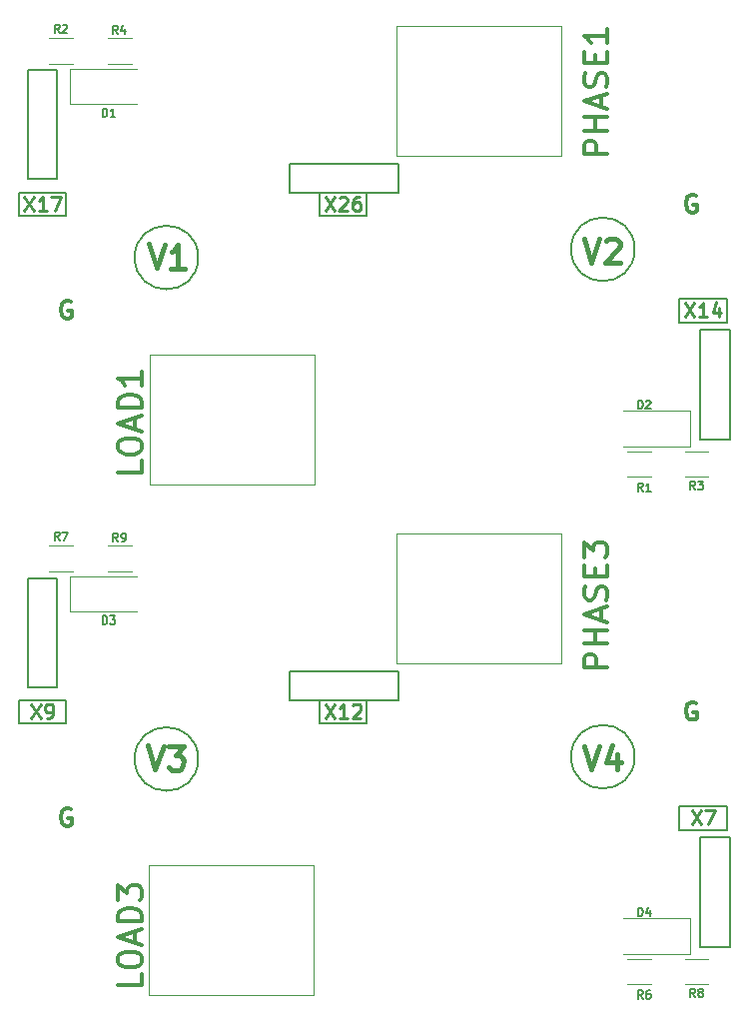
<source format=gbr>
G04 #@! TF.GenerationSoftware,KiCad,Pcbnew,(5.0.0)*
G04 #@! TF.CreationDate,2018-10-11T14:10:44+03:00*
G04 #@! TF.ProjectId,dviguba_plokste,647669677562615F706C6F6B7374652E,rev?*
G04 #@! TF.SameCoordinates,Original*
G04 #@! TF.FileFunction,Legend,Top*
G04 #@! TF.FilePolarity,Positive*
%FSLAX46Y46*%
G04 Gerber Fmt 4.6, Leading zero omitted, Abs format (unit mm)*
G04 Created by KiCad (PCBNEW (5.0.0)) date 10/11/18 14:10:44*
%MOMM*%
%LPD*%
G01*
G04 APERTURE LIST*
%ADD10C,0.300000*%
%ADD11C,0.200000*%
%ADD12C,0.100000*%
%ADD13C,0.120000*%
%ADD14C,0.150000*%
%ADD15C,0.400000*%
%ADD16C,0.250000*%
G04 APERTURE END LIST*
D10*
X84392857Y-113250000D02*
X84250000Y-113178571D01*
X84035714Y-113178571D01*
X83821428Y-113250000D01*
X83678571Y-113392857D01*
X83607142Y-113535714D01*
X83535714Y-113821428D01*
X83535714Y-114035714D01*
X83607142Y-114321428D01*
X83678571Y-114464285D01*
X83821428Y-114607142D01*
X84035714Y-114678571D01*
X84178571Y-114678571D01*
X84392857Y-114607142D01*
X84464285Y-114535714D01*
X84464285Y-114035714D01*
X84178571Y-114035714D01*
X137392857Y-104250000D02*
X137250000Y-104178571D01*
X137035714Y-104178571D01*
X136821428Y-104250000D01*
X136678571Y-104392857D01*
X136607142Y-104535714D01*
X136535714Y-104821428D01*
X136535714Y-105035714D01*
X136607142Y-105321428D01*
X136678571Y-105464285D01*
X136821428Y-105607142D01*
X137035714Y-105678571D01*
X137178571Y-105678571D01*
X137392857Y-105607142D01*
X137464285Y-105535714D01*
X137464285Y-105035714D01*
X137178571Y-105035714D01*
X137392857Y-61250000D02*
X137250000Y-61178571D01*
X137035714Y-61178571D01*
X136821428Y-61250000D01*
X136678571Y-61392857D01*
X136607142Y-61535714D01*
X136535714Y-61821428D01*
X136535714Y-62035714D01*
X136607142Y-62321428D01*
X136678571Y-62464285D01*
X136821428Y-62607142D01*
X137035714Y-62678571D01*
X137178571Y-62678571D01*
X137392857Y-62607142D01*
X137464285Y-62535714D01*
X137464285Y-62035714D01*
X137178571Y-62035714D01*
X84392857Y-70250000D02*
X84250000Y-70178571D01*
X84035714Y-70178571D01*
X83821428Y-70250000D01*
X83678571Y-70392857D01*
X83607142Y-70535714D01*
X83535714Y-70821428D01*
X83535714Y-71035714D01*
X83607142Y-71321428D01*
X83678571Y-71464285D01*
X83821428Y-71607142D01*
X84035714Y-71678571D01*
X84178571Y-71678571D01*
X84392857Y-71607142D01*
X84464285Y-71535714D01*
X84464285Y-71035714D01*
X84178571Y-71035714D01*
D11*
X132192582Y-108807418D02*
G75*
G03X132192582Y-108807418I-2692582J0D01*
G01*
X95192582Y-109000000D02*
G75*
G03X95192582Y-109000000I-2692582J0D01*
G01*
X132192582Y-65807418D02*
G75*
G03X132192582Y-65807418I-2692582J0D01*
G01*
X95192582Y-66500000D02*
G75*
G03X95192582Y-66500000I-2692582J0D01*
G01*
X80000000Y-106000000D02*
X80000000Y-104000000D01*
X84000000Y-106000000D02*
X80000000Y-106000000D01*
X84000000Y-104000000D02*
X84000000Y-106000000D01*
X80000000Y-104000000D02*
X84000000Y-104000000D01*
X136000000Y-72000000D02*
X136000000Y-70000000D01*
X140000000Y-72000000D02*
X136000000Y-72000000D01*
X140000000Y-70000000D02*
X140000000Y-72000000D01*
X136000000Y-70000000D02*
X140000000Y-70000000D01*
X136000000Y-115000000D02*
X136000000Y-113000000D01*
X140000000Y-115000000D02*
X136000000Y-115000000D01*
X140000000Y-113000000D02*
X140000000Y-115000000D01*
X136000000Y-113000000D02*
X140000000Y-113000000D01*
X109500000Y-106000000D02*
X109500000Y-104000000D01*
X105500000Y-106000000D02*
X109500000Y-106000000D01*
X105500000Y-104000000D02*
X105500000Y-106000000D01*
X109500000Y-63000000D02*
X109500000Y-61000000D01*
X105500000Y-63000000D02*
X109500000Y-63000000D01*
X105500000Y-61000000D02*
X105500000Y-63000000D01*
X80000000Y-63000000D02*
X80000000Y-61000000D01*
X84000000Y-63000000D02*
X80000000Y-63000000D01*
X84000000Y-61000000D02*
X84000000Y-63000000D01*
X80000000Y-61000000D02*
X84000000Y-61000000D01*
D12*
G04 #@! TO.C,X1*
X91000000Y-118000000D02*
X105000000Y-118000000D01*
X105000000Y-118000000D02*
X105000000Y-129000000D01*
X105000000Y-129000000D02*
X91000000Y-129000000D01*
X91000000Y-129000000D02*
X91000000Y-118000000D01*
G04 #@! TO.C,X2*
X112000000Y-89900000D02*
X126000000Y-89900000D01*
X126000000Y-89900000D02*
X126000000Y-100900000D01*
X126000000Y-100900000D02*
X112000000Y-100900000D01*
X112000000Y-100900000D02*
X112000000Y-89900000D01*
G04 #@! TO.C,X4*
X91100000Y-74700000D02*
X105100000Y-74700000D01*
X105100000Y-74700000D02*
X105100000Y-85700000D01*
X105100000Y-85700000D02*
X91100000Y-85700000D01*
X91100000Y-85700000D02*
X91100000Y-74700000D01*
G04 #@! TO.C,X5*
X112000000Y-46900000D02*
X126000000Y-46900000D01*
X126000000Y-46900000D02*
X126000000Y-57900000D01*
X126000000Y-57900000D02*
X112000000Y-57900000D01*
X112000000Y-57900000D02*
X112000000Y-46900000D01*
D13*
G04 #@! TO.C,D4*
X131200000Y-125500000D02*
X136900000Y-125500000D01*
X136900000Y-125500000D02*
X136900000Y-122500000D01*
X136900000Y-122500000D02*
X131200000Y-122500000D01*
G04 #@! TO.C,D2*
X136900000Y-79500000D02*
X131200000Y-79500000D01*
X136900000Y-82500000D02*
X136900000Y-79500000D01*
X131200000Y-82500000D02*
X136900000Y-82500000D01*
D14*
G04 #@! TO.C,X7*
X140250000Y-124900000D02*
X137750000Y-124900000D01*
X140250000Y-115650000D02*
X140250000Y-124900000D01*
X137750000Y-115650000D02*
X140250000Y-115650000D01*
X137750000Y-124900000D02*
X137750000Y-115650000D01*
G04 #@! TO.C,X12*
X102960000Y-101550000D02*
X112210000Y-101550000D01*
X112210000Y-101550000D02*
X112210000Y-104050000D01*
X112210000Y-104050000D02*
X102960000Y-104050000D01*
X102960000Y-104050000D02*
X102960000Y-101550000D01*
D13*
G04 #@! TO.C,D3*
X84300000Y-96500000D02*
X90000000Y-96500000D01*
X84300000Y-93500000D02*
X84300000Y-96500000D01*
X90000000Y-93500000D02*
X84300000Y-93500000D01*
G04 #@! TO.C,R6*
X133550000Y-128070000D02*
X131550000Y-128070000D01*
X131550000Y-125930000D02*
X133550000Y-125930000D01*
G04 #@! TO.C,R8*
X136450000Y-125930000D02*
X138450000Y-125930000D01*
X138450000Y-128070000D02*
X136450000Y-128070000D01*
G04 #@! TO.C,R7*
X82550000Y-90930000D02*
X84550000Y-90930000D01*
X84550000Y-93070000D02*
X82550000Y-93070000D01*
G04 #@! TO.C,R9*
X89550000Y-93070000D02*
X87550000Y-93070000D01*
X87550000Y-90930000D02*
X89550000Y-90930000D01*
D14*
G04 #@! TO.C,X14*
X137750000Y-81900000D02*
X137750000Y-72650000D01*
X137750000Y-72650000D02*
X140250000Y-72650000D01*
X140250000Y-72650000D02*
X140250000Y-81900000D01*
X140250000Y-81900000D02*
X137750000Y-81900000D01*
G04 #@! TO.C,X26*
X102960000Y-61050000D02*
X102960000Y-58550000D01*
X112210000Y-61050000D02*
X102960000Y-61050000D01*
X112210000Y-58550000D02*
X112210000Y-61050000D01*
X102960000Y-58550000D02*
X112210000Y-58550000D01*
G04 #@! TO.C,X17*
X80750000Y-59840000D02*
X80750000Y-50590000D01*
X80750000Y-50590000D02*
X83250000Y-50590000D01*
X83250000Y-50590000D02*
X83250000Y-59840000D01*
X83250000Y-59840000D02*
X80750000Y-59840000D01*
D13*
G04 #@! TO.C,D1*
X90000000Y-50500000D02*
X84300000Y-50500000D01*
X84300000Y-50500000D02*
X84300000Y-53500000D01*
X84300000Y-53500000D02*
X90000000Y-53500000D01*
G04 #@! TO.C,R4*
X87550000Y-47930000D02*
X89550000Y-47930000D01*
X89550000Y-50070000D02*
X87550000Y-50070000D01*
G04 #@! TO.C,R3*
X138450000Y-85070000D02*
X136450000Y-85070000D01*
X136450000Y-82930000D02*
X138450000Y-82930000D01*
G04 #@! TO.C,R2*
X84550000Y-50070000D02*
X82550000Y-50070000D01*
X82550000Y-47930000D02*
X84550000Y-47930000D01*
G04 #@! TO.C,R1*
X131550000Y-82930000D02*
X133550000Y-82930000D01*
X133550000Y-85070000D02*
X131550000Y-85070000D01*
D14*
G04 #@! TO.C,X9*
X80750000Y-102960000D02*
X80750000Y-93710000D01*
X80750000Y-93710000D02*
X83250000Y-93710000D01*
X83250000Y-93710000D02*
X83250000Y-102960000D01*
X83250000Y-102960000D02*
X80750000Y-102960000D01*
G04 #@! TO.C,V2*
D15*
X127880952Y-64904761D02*
X128547619Y-66904761D01*
X129214285Y-64904761D01*
X129785714Y-65095238D02*
X129880952Y-65000000D01*
X130071428Y-64904761D01*
X130547619Y-64904761D01*
X130738095Y-65000000D01*
X130833333Y-65095238D01*
X130928571Y-65285714D01*
X130928571Y-65476190D01*
X130833333Y-65761904D01*
X129690476Y-66904761D01*
X130928571Y-66904761D01*
G04 #@! TO.C,X1*
D10*
X90404761Y-127238095D02*
X90404761Y-128190476D01*
X88404761Y-128190476D01*
X88404761Y-126190476D02*
X88404761Y-125809523D01*
X88500000Y-125619047D01*
X88690476Y-125428571D01*
X89071428Y-125333333D01*
X89738095Y-125333333D01*
X90119047Y-125428571D01*
X90309523Y-125619047D01*
X90404761Y-125809523D01*
X90404761Y-126190476D01*
X90309523Y-126380952D01*
X90119047Y-126571428D01*
X89738095Y-126666666D01*
X89071428Y-126666666D01*
X88690476Y-126571428D01*
X88500000Y-126380952D01*
X88404761Y-126190476D01*
X89833333Y-124571428D02*
X89833333Y-123619047D01*
X90404761Y-124761904D02*
X88404761Y-124095238D01*
X90404761Y-123428571D01*
X90404761Y-122761904D02*
X88404761Y-122761904D01*
X88404761Y-122285714D01*
X88500000Y-122000000D01*
X88690476Y-121809523D01*
X88880952Y-121714285D01*
X89261904Y-121619047D01*
X89547619Y-121619047D01*
X89928571Y-121714285D01*
X90119047Y-121809523D01*
X90309523Y-122000000D01*
X90404761Y-122285714D01*
X90404761Y-122761904D01*
X88404761Y-120952380D02*
X88404761Y-119714285D01*
X89166666Y-120380952D01*
X89166666Y-120095238D01*
X89261904Y-119904761D01*
X89357142Y-119809523D01*
X89547619Y-119714285D01*
X90023809Y-119714285D01*
X90214285Y-119809523D01*
X90309523Y-119904761D01*
X90404761Y-120095238D01*
X90404761Y-120666666D01*
X90309523Y-120857142D01*
X90214285Y-120952380D01*
G04 #@! TO.C,X2*
X129904761Y-101238095D02*
X127904761Y-101238095D01*
X127904761Y-100476190D01*
X128000000Y-100285714D01*
X128095238Y-100190476D01*
X128285714Y-100095238D01*
X128571428Y-100095238D01*
X128761904Y-100190476D01*
X128857142Y-100285714D01*
X128952380Y-100476190D01*
X128952380Y-101238095D01*
X129904761Y-99238095D02*
X127904761Y-99238095D01*
X128857142Y-99238095D02*
X128857142Y-98095238D01*
X129904761Y-98095238D02*
X127904761Y-98095238D01*
X129333333Y-97238095D02*
X129333333Y-96285714D01*
X129904761Y-97428571D02*
X127904761Y-96761904D01*
X129904761Y-96095238D01*
X129809523Y-95523809D02*
X129904761Y-95238095D01*
X129904761Y-94761904D01*
X129809523Y-94571428D01*
X129714285Y-94476190D01*
X129523809Y-94380952D01*
X129333333Y-94380952D01*
X129142857Y-94476190D01*
X129047619Y-94571428D01*
X128952380Y-94761904D01*
X128857142Y-95142857D01*
X128761904Y-95333333D01*
X128666666Y-95428571D01*
X128476190Y-95523809D01*
X128285714Y-95523809D01*
X128095238Y-95428571D01*
X128000000Y-95333333D01*
X127904761Y-95142857D01*
X127904761Y-94666666D01*
X128000000Y-94380952D01*
X128857142Y-93523809D02*
X128857142Y-92857142D01*
X129904761Y-92571428D02*
X129904761Y-93523809D01*
X127904761Y-93523809D01*
X127904761Y-92571428D01*
X127904761Y-91904761D02*
X127904761Y-90666666D01*
X128666666Y-91333333D01*
X128666666Y-91047619D01*
X128761904Y-90857142D01*
X128857142Y-90761904D01*
X129047619Y-90666666D01*
X129523809Y-90666666D01*
X129714285Y-90761904D01*
X129809523Y-90857142D01*
X129904761Y-91047619D01*
X129904761Y-91619047D01*
X129809523Y-91809523D01*
X129714285Y-91904761D01*
G04 #@! TO.C,X4*
X90404761Y-83738095D02*
X90404761Y-84690476D01*
X88404761Y-84690476D01*
X88404761Y-82690476D02*
X88404761Y-82309523D01*
X88500000Y-82119047D01*
X88690476Y-81928571D01*
X89071428Y-81833333D01*
X89738095Y-81833333D01*
X90119047Y-81928571D01*
X90309523Y-82119047D01*
X90404761Y-82309523D01*
X90404761Y-82690476D01*
X90309523Y-82880952D01*
X90119047Y-83071428D01*
X89738095Y-83166666D01*
X89071428Y-83166666D01*
X88690476Y-83071428D01*
X88500000Y-82880952D01*
X88404761Y-82690476D01*
X89833333Y-81071428D02*
X89833333Y-80119047D01*
X90404761Y-81261904D02*
X88404761Y-80595238D01*
X90404761Y-79928571D01*
X90404761Y-79261904D02*
X88404761Y-79261904D01*
X88404761Y-78785714D01*
X88500000Y-78500000D01*
X88690476Y-78309523D01*
X88880952Y-78214285D01*
X89261904Y-78119047D01*
X89547619Y-78119047D01*
X89928571Y-78214285D01*
X90119047Y-78309523D01*
X90309523Y-78500000D01*
X90404761Y-78785714D01*
X90404761Y-79261904D01*
X90404761Y-76214285D02*
X90404761Y-77357142D01*
X90404761Y-76785714D02*
X88404761Y-76785714D01*
X88690476Y-76976190D01*
X88880952Y-77166666D01*
X88976190Y-77357142D01*
G04 #@! TO.C,X5*
X129904761Y-57738095D02*
X127904761Y-57738095D01*
X127904761Y-56976190D01*
X128000000Y-56785714D01*
X128095238Y-56690476D01*
X128285714Y-56595238D01*
X128571428Y-56595238D01*
X128761904Y-56690476D01*
X128857142Y-56785714D01*
X128952380Y-56976190D01*
X128952380Y-57738095D01*
X129904761Y-55738095D02*
X127904761Y-55738095D01*
X128857142Y-55738095D02*
X128857142Y-54595238D01*
X129904761Y-54595238D02*
X127904761Y-54595238D01*
X129333333Y-53738095D02*
X129333333Y-52785714D01*
X129904761Y-53928571D02*
X127904761Y-53261904D01*
X129904761Y-52595238D01*
X129809523Y-52023809D02*
X129904761Y-51738095D01*
X129904761Y-51261904D01*
X129809523Y-51071428D01*
X129714285Y-50976190D01*
X129523809Y-50880952D01*
X129333333Y-50880952D01*
X129142857Y-50976190D01*
X129047619Y-51071428D01*
X128952380Y-51261904D01*
X128857142Y-51642857D01*
X128761904Y-51833333D01*
X128666666Y-51928571D01*
X128476190Y-52023809D01*
X128285714Y-52023809D01*
X128095238Y-51928571D01*
X128000000Y-51833333D01*
X127904761Y-51642857D01*
X127904761Y-51166666D01*
X128000000Y-50880952D01*
X128857142Y-50023809D02*
X128857142Y-49357142D01*
X129904761Y-49071428D02*
X129904761Y-50023809D01*
X127904761Y-50023809D01*
X127904761Y-49071428D01*
X129904761Y-47166666D02*
X129904761Y-48309523D01*
X129904761Y-47738095D02*
X127904761Y-47738095D01*
X128190476Y-47928571D01*
X128380952Y-48119047D01*
X128476190Y-48309523D01*
G04 #@! TO.C,V1*
D15*
X91019648Y-65376672D02*
X91651308Y-67388002D01*
X92352778Y-65399942D01*
X94031898Y-67429556D02*
X92889215Y-67409610D01*
X93460557Y-67419583D02*
X93495461Y-65419887D01*
X93300028Y-65702234D01*
X93106256Y-65889357D01*
X92914147Y-65981256D01*
G04 #@! TO.C,V3*
X90900313Y-107876672D02*
X91531973Y-109888002D01*
X92233443Y-107899942D01*
X92709561Y-107908252D02*
X93947468Y-107929860D01*
X93267606Y-108680014D01*
X93553276Y-108685000D01*
X93742062Y-108783548D01*
X93835623Y-108880434D01*
X93927522Y-109072543D01*
X93919212Y-109548661D01*
X93820664Y-109737446D01*
X93723778Y-109831008D01*
X93531669Y-109922907D01*
X92960327Y-109912934D01*
X92771542Y-109814386D01*
X92677981Y-109717501D01*
G04 #@! TO.C,D4*
D14*
X132483333Y-122316666D02*
X132483333Y-121616666D01*
X132650000Y-121616666D01*
X132750000Y-121650000D01*
X132816666Y-121716666D01*
X132850000Y-121783333D01*
X132883333Y-121916666D01*
X132883333Y-122016666D01*
X132850000Y-122150000D01*
X132816666Y-122216666D01*
X132750000Y-122283333D01*
X132650000Y-122316666D01*
X132483333Y-122316666D01*
X133483333Y-121850000D02*
X133483333Y-122316666D01*
X133316666Y-121583333D02*
X133150000Y-122083333D01*
X133583333Y-122083333D01*
G04 #@! TO.C,D2*
X132483333Y-79316666D02*
X132483333Y-78616666D01*
X132650000Y-78616666D01*
X132750000Y-78650000D01*
X132816666Y-78716666D01*
X132850000Y-78783333D01*
X132883333Y-78916666D01*
X132883333Y-79016666D01*
X132850000Y-79150000D01*
X132816666Y-79216666D01*
X132750000Y-79283333D01*
X132650000Y-79316666D01*
X132483333Y-79316666D01*
X133150000Y-78683333D02*
X133183333Y-78650000D01*
X133250000Y-78616666D01*
X133416666Y-78616666D01*
X133483333Y-78650000D01*
X133516666Y-78683333D01*
X133550000Y-78750000D01*
X133550000Y-78816666D01*
X133516666Y-78916666D01*
X133116666Y-79316666D01*
X133550000Y-79316666D01*
G04 #@! TO.C,V4*
D15*
X127880952Y-107904761D02*
X128547619Y-109904761D01*
X129214285Y-107904761D01*
X130738095Y-108571428D02*
X130738095Y-109904761D01*
X130261904Y-107809523D02*
X129785714Y-109238095D01*
X131023809Y-109238095D01*
G04 #@! TO.C,X7*
D16*
X137028571Y-113342857D02*
X137828571Y-114542857D01*
X137828571Y-113342857D02*
X137028571Y-114542857D01*
X138171428Y-113342857D02*
X138971428Y-113342857D01*
X138457142Y-114542857D01*
G04 #@! TO.C,X12*
X105957142Y-104342857D02*
X106757142Y-105542857D01*
X106757142Y-104342857D02*
X105957142Y-105542857D01*
X107842857Y-105542857D02*
X107157142Y-105542857D01*
X107500000Y-105542857D02*
X107500000Y-104342857D01*
X107385714Y-104514285D01*
X107271428Y-104628571D01*
X107157142Y-104685714D01*
X108300000Y-104457142D02*
X108357142Y-104400000D01*
X108471428Y-104342857D01*
X108757142Y-104342857D01*
X108871428Y-104400000D01*
X108928571Y-104457142D01*
X108985714Y-104571428D01*
X108985714Y-104685714D01*
X108928571Y-104857142D01*
X108242857Y-105542857D01*
X108985714Y-105542857D01*
G04 #@! TO.C,D3*
D14*
X87083333Y-97566666D02*
X87083333Y-96866666D01*
X87250000Y-96866666D01*
X87350000Y-96900000D01*
X87416666Y-96966666D01*
X87450000Y-97033333D01*
X87483333Y-97166666D01*
X87483333Y-97266666D01*
X87450000Y-97400000D01*
X87416666Y-97466666D01*
X87350000Y-97533333D01*
X87250000Y-97566666D01*
X87083333Y-97566666D01*
X87716666Y-96866666D02*
X88150000Y-96866666D01*
X87916666Y-97133333D01*
X88016666Y-97133333D01*
X88083333Y-97166666D01*
X88116666Y-97200000D01*
X88150000Y-97266666D01*
X88150000Y-97433333D01*
X88116666Y-97500000D01*
X88083333Y-97533333D01*
X88016666Y-97566666D01*
X87816666Y-97566666D01*
X87750000Y-97533333D01*
X87716666Y-97500000D01*
G04 #@! TO.C,R6*
X132883333Y-129316666D02*
X132650000Y-128983333D01*
X132483333Y-129316666D02*
X132483333Y-128616666D01*
X132750000Y-128616666D01*
X132816666Y-128650000D01*
X132850000Y-128683333D01*
X132883333Y-128750000D01*
X132883333Y-128850000D01*
X132850000Y-128916666D01*
X132816666Y-128950000D01*
X132750000Y-128983333D01*
X132483333Y-128983333D01*
X133483333Y-128616666D02*
X133350000Y-128616666D01*
X133283333Y-128650000D01*
X133250000Y-128683333D01*
X133183333Y-128783333D01*
X133150000Y-128916666D01*
X133150000Y-129183333D01*
X133183333Y-129250000D01*
X133216666Y-129283333D01*
X133283333Y-129316666D01*
X133416666Y-129316666D01*
X133483333Y-129283333D01*
X133516666Y-129250000D01*
X133550000Y-129183333D01*
X133550000Y-129016666D01*
X133516666Y-128950000D01*
X133483333Y-128916666D01*
X133416666Y-128883333D01*
X133283333Y-128883333D01*
X133216666Y-128916666D01*
X133183333Y-128950000D01*
X133150000Y-129016666D01*
G04 #@! TO.C,R8*
X137333333Y-129166666D02*
X137100000Y-128833333D01*
X136933333Y-129166666D02*
X136933333Y-128466666D01*
X137200000Y-128466666D01*
X137266666Y-128500000D01*
X137300000Y-128533333D01*
X137333333Y-128600000D01*
X137333333Y-128700000D01*
X137300000Y-128766666D01*
X137266666Y-128800000D01*
X137200000Y-128833333D01*
X136933333Y-128833333D01*
X137733333Y-128766666D02*
X137666666Y-128733333D01*
X137633333Y-128700000D01*
X137600000Y-128633333D01*
X137600000Y-128600000D01*
X137633333Y-128533333D01*
X137666666Y-128500000D01*
X137733333Y-128466666D01*
X137866666Y-128466666D01*
X137933333Y-128500000D01*
X137966666Y-128533333D01*
X138000000Y-128600000D01*
X138000000Y-128633333D01*
X137966666Y-128700000D01*
X137933333Y-128733333D01*
X137866666Y-128766666D01*
X137733333Y-128766666D01*
X137666666Y-128800000D01*
X137633333Y-128833333D01*
X137600000Y-128900000D01*
X137600000Y-129033333D01*
X137633333Y-129100000D01*
X137666666Y-129133333D01*
X137733333Y-129166666D01*
X137866666Y-129166666D01*
X137933333Y-129133333D01*
X137966666Y-129100000D01*
X138000000Y-129033333D01*
X138000000Y-128900000D01*
X137966666Y-128833333D01*
X137933333Y-128800000D01*
X137866666Y-128766666D01*
G04 #@! TO.C,R7*
X83433333Y-90466666D02*
X83200000Y-90133333D01*
X83033333Y-90466666D02*
X83033333Y-89766666D01*
X83300000Y-89766666D01*
X83366666Y-89800000D01*
X83400000Y-89833333D01*
X83433333Y-89900000D01*
X83433333Y-90000000D01*
X83400000Y-90066666D01*
X83366666Y-90100000D01*
X83300000Y-90133333D01*
X83033333Y-90133333D01*
X83666666Y-89766666D02*
X84133333Y-89766666D01*
X83833333Y-90466666D01*
G04 #@! TO.C,R9*
X88383333Y-90566666D02*
X88150000Y-90233333D01*
X87983333Y-90566666D02*
X87983333Y-89866666D01*
X88250000Y-89866666D01*
X88316666Y-89900000D01*
X88350000Y-89933333D01*
X88383333Y-90000000D01*
X88383333Y-90100000D01*
X88350000Y-90166666D01*
X88316666Y-90200000D01*
X88250000Y-90233333D01*
X87983333Y-90233333D01*
X88716666Y-90566666D02*
X88850000Y-90566666D01*
X88916666Y-90533333D01*
X88950000Y-90500000D01*
X89016666Y-90400000D01*
X89050000Y-90266666D01*
X89050000Y-90000000D01*
X89016666Y-89933333D01*
X88983333Y-89900000D01*
X88916666Y-89866666D01*
X88783333Y-89866666D01*
X88716666Y-89900000D01*
X88683333Y-89933333D01*
X88650000Y-90000000D01*
X88650000Y-90166666D01*
X88683333Y-90233333D01*
X88716666Y-90266666D01*
X88783333Y-90300000D01*
X88916666Y-90300000D01*
X88983333Y-90266666D01*
X89016666Y-90233333D01*
X89050000Y-90166666D01*
G04 #@! TO.C,X14*
D16*
X136457142Y-70342857D02*
X137257142Y-71542857D01*
X137257142Y-70342857D02*
X136457142Y-71542857D01*
X138342857Y-71542857D02*
X137657142Y-71542857D01*
X138000000Y-71542857D02*
X138000000Y-70342857D01*
X137885714Y-70514285D01*
X137771428Y-70628571D01*
X137657142Y-70685714D01*
X139371428Y-70742857D02*
X139371428Y-71542857D01*
X139085714Y-70285714D02*
X138800000Y-71142857D01*
X139542857Y-71142857D01*
G04 #@! TO.C,X26*
X105957142Y-61342857D02*
X106757142Y-62542857D01*
X106757142Y-61342857D02*
X105957142Y-62542857D01*
X107157142Y-61457142D02*
X107214285Y-61400000D01*
X107328571Y-61342857D01*
X107614285Y-61342857D01*
X107728571Y-61400000D01*
X107785714Y-61457142D01*
X107842857Y-61571428D01*
X107842857Y-61685714D01*
X107785714Y-61857142D01*
X107100000Y-62542857D01*
X107842857Y-62542857D01*
X108871428Y-61342857D02*
X108642857Y-61342857D01*
X108528571Y-61400000D01*
X108471428Y-61457142D01*
X108357142Y-61628571D01*
X108300000Y-61857142D01*
X108300000Y-62314285D01*
X108357142Y-62428571D01*
X108414285Y-62485714D01*
X108528571Y-62542857D01*
X108757142Y-62542857D01*
X108871428Y-62485714D01*
X108928571Y-62428571D01*
X108985714Y-62314285D01*
X108985714Y-62028571D01*
X108928571Y-61914285D01*
X108871428Y-61857142D01*
X108757142Y-61800000D01*
X108528571Y-61800000D01*
X108414285Y-61857142D01*
X108357142Y-61914285D01*
X108300000Y-62028571D01*
G04 #@! TO.C,X17*
X80457142Y-61342857D02*
X81257142Y-62542857D01*
X81257142Y-61342857D02*
X80457142Y-62542857D01*
X82342857Y-62542857D02*
X81657142Y-62542857D01*
X82000000Y-62542857D02*
X82000000Y-61342857D01*
X81885714Y-61514285D01*
X81771428Y-61628571D01*
X81657142Y-61685714D01*
X82742857Y-61342857D02*
X83542857Y-61342857D01*
X83028571Y-62542857D01*
G04 #@! TO.C,D1*
D14*
X87083333Y-54566666D02*
X87083333Y-53866666D01*
X87250000Y-53866666D01*
X87350000Y-53900000D01*
X87416666Y-53966666D01*
X87450000Y-54033333D01*
X87483333Y-54166666D01*
X87483333Y-54266666D01*
X87450000Y-54400000D01*
X87416666Y-54466666D01*
X87350000Y-54533333D01*
X87250000Y-54566666D01*
X87083333Y-54566666D01*
X88150000Y-54566666D02*
X87750000Y-54566666D01*
X87950000Y-54566666D02*
X87950000Y-53866666D01*
X87883333Y-53966666D01*
X87816666Y-54033333D01*
X87750000Y-54066666D01*
G04 #@! TO.C,R4*
X88383333Y-47566666D02*
X88150000Y-47233333D01*
X87983333Y-47566666D02*
X87983333Y-46866666D01*
X88250000Y-46866666D01*
X88316666Y-46900000D01*
X88350000Y-46933333D01*
X88383333Y-47000000D01*
X88383333Y-47100000D01*
X88350000Y-47166666D01*
X88316666Y-47200000D01*
X88250000Y-47233333D01*
X87983333Y-47233333D01*
X88983333Y-47100000D02*
X88983333Y-47566666D01*
X88816666Y-46833333D02*
X88650000Y-47333333D01*
X89083333Y-47333333D01*
G04 #@! TO.C,R3*
X137333333Y-86166666D02*
X137100000Y-85833333D01*
X136933333Y-86166666D02*
X136933333Y-85466666D01*
X137200000Y-85466666D01*
X137266666Y-85500000D01*
X137300000Y-85533333D01*
X137333333Y-85600000D01*
X137333333Y-85700000D01*
X137300000Y-85766666D01*
X137266666Y-85800000D01*
X137200000Y-85833333D01*
X136933333Y-85833333D01*
X137566666Y-85466666D02*
X138000000Y-85466666D01*
X137766666Y-85733333D01*
X137866666Y-85733333D01*
X137933333Y-85766666D01*
X137966666Y-85800000D01*
X138000000Y-85866666D01*
X138000000Y-86033333D01*
X137966666Y-86100000D01*
X137933333Y-86133333D01*
X137866666Y-86166666D01*
X137666666Y-86166666D01*
X137600000Y-86133333D01*
X137566666Y-86100000D01*
G04 #@! TO.C,R2*
X83433333Y-47466666D02*
X83200000Y-47133333D01*
X83033333Y-47466666D02*
X83033333Y-46766666D01*
X83300000Y-46766666D01*
X83366666Y-46800000D01*
X83400000Y-46833333D01*
X83433333Y-46900000D01*
X83433333Y-47000000D01*
X83400000Y-47066666D01*
X83366666Y-47100000D01*
X83300000Y-47133333D01*
X83033333Y-47133333D01*
X83700000Y-46833333D02*
X83733333Y-46800000D01*
X83800000Y-46766666D01*
X83966666Y-46766666D01*
X84033333Y-46800000D01*
X84066666Y-46833333D01*
X84100000Y-46900000D01*
X84100000Y-46966666D01*
X84066666Y-47066666D01*
X83666666Y-47466666D01*
X84100000Y-47466666D01*
G04 #@! TO.C,R1*
X132883333Y-86316666D02*
X132650000Y-85983333D01*
X132483333Y-86316666D02*
X132483333Y-85616666D01*
X132750000Y-85616666D01*
X132816666Y-85650000D01*
X132850000Y-85683333D01*
X132883333Y-85750000D01*
X132883333Y-85850000D01*
X132850000Y-85916666D01*
X132816666Y-85950000D01*
X132750000Y-85983333D01*
X132483333Y-85983333D01*
X133550000Y-86316666D02*
X133150000Y-86316666D01*
X133350000Y-86316666D02*
X133350000Y-85616666D01*
X133283333Y-85716666D01*
X133216666Y-85783333D01*
X133150000Y-85816666D01*
G04 #@! TO.C,X9*
D16*
X81028571Y-104342857D02*
X81828571Y-105542857D01*
X81828571Y-104342857D02*
X81028571Y-105542857D01*
X82342857Y-105542857D02*
X82571428Y-105542857D01*
X82685714Y-105485714D01*
X82742857Y-105428571D01*
X82857142Y-105257142D01*
X82914285Y-105028571D01*
X82914285Y-104571428D01*
X82857142Y-104457142D01*
X82800000Y-104400000D01*
X82685714Y-104342857D01*
X82457142Y-104342857D01*
X82342857Y-104400000D01*
X82285714Y-104457142D01*
X82228571Y-104571428D01*
X82228571Y-104857142D01*
X82285714Y-104971428D01*
X82342857Y-105028571D01*
X82457142Y-105085714D01*
X82685714Y-105085714D01*
X82800000Y-105028571D01*
X82857142Y-104971428D01*
X82914285Y-104857142D01*
G04 #@! TD*
M02*

</source>
